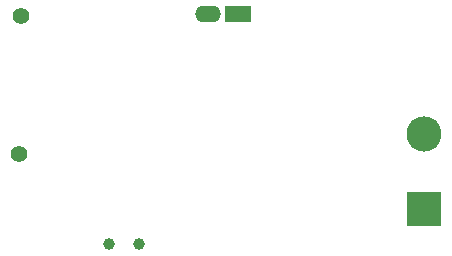
<source format=gbr>
%TF.GenerationSoftware,Altium Limited,Altium Designer,24.3.1 (35)*%
G04 Layer_Color=16711935*
%FSLAX45Y45*%
%MOMM*%
%TF.SameCoordinates,E851E176-8CB6-418E-8C67-C8CBA5644839*%
%TF.FilePolarity,Negative*%
%TF.FileFunction,Soldermask,Bot*%
%TF.Part,Single*%
G01*
G75*
%TA.AperFunction,ComponentPad*%
%ADD22C,1.40320*%
%ADD23R,2.97820X2.97820*%
%ADD24C,2.97820*%
%ADD25R,2.20320X1.40320*%
%ADD26O,2.20320X1.40320*%
%ADD27C,1.00320*%
D22*
X5549900Y7556500D02*
D03*
X5562600Y8724900D02*
D03*
D23*
X8978900Y7086600D02*
D03*
D24*
Y7721600D02*
D03*
D25*
X7404100Y8737600D02*
D03*
D26*
X7150100D02*
D03*
D27*
X6311900Y6794500D02*
D03*
X6565900D02*
D03*
%TF.MD5,5b82db09a7763a8679a9d78769a86a5e*%
M02*

</source>
